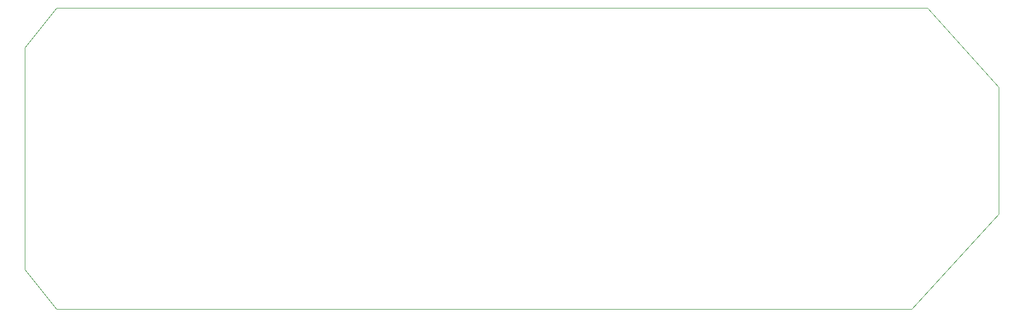
<source format=gbr>
%TF.GenerationSoftware,KiCad,Pcbnew,6.0.6-3a73a75311~116~ubuntu20.04.1*%
%TF.CreationDate,2022-07-09T15:41:22-04:00*%
%TF.ProjectId,flight_controller,666c6967-6874-45f6-936f-6e74726f6c6c,rev?*%
%TF.SameCoordinates,Original*%
%TF.FileFunction,Profile,NP*%
%FSLAX46Y46*%
G04 Gerber Fmt 4.6, Leading zero omitted, Abs format (unit mm)*
G04 Created by KiCad (PCBNEW 6.0.6-3a73a75311~116~ubuntu20.04.1) date 2022-07-09 15:41:22*
%MOMM*%
%LPD*%
G01*
G04 APERTURE LIST*
%TA.AperFunction,Profile*%
%ADD10C,0.100000*%
%TD*%
G04 APERTURE END LIST*
D10*
X252730000Y-96520000D02*
X252730000Y-116840000D01*
X238760000Y-132080000D01*
X101600000Y-132080000D01*
X96520000Y-125730000D01*
X96520000Y-90170000D01*
X101600000Y-83820000D01*
X241300000Y-83820000D01*
X252730000Y-96520000D01*
M02*

</source>
